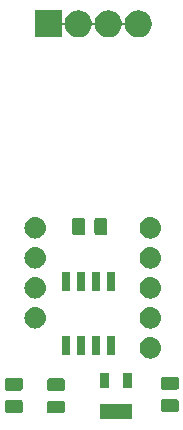
<source format=gts>
G04 #@! TF.GenerationSoftware,KiCad,Pcbnew,(5.1.0)-1*
G04 #@! TF.CreationDate,2019-04-03T23:02:26-04:00*
G04 #@! TF.ProjectId,loadcell_daughter,6c6f6164-6365-46c6-9c5f-646175676874,rev?*
G04 #@! TF.SameCoordinates,Original*
G04 #@! TF.FileFunction,Soldermask,Top*
G04 #@! TF.FilePolarity,Negative*
%FSLAX46Y46*%
G04 Gerber Fmt 4.6, Leading zero omitted, Abs format (unit mm)*
G04 Created by KiCad (PCBNEW (5.1.0)-1) date 2019-04-03 23:02:26*
%MOMM*%
%LPD*%
G04 APERTURE LIST*
%ADD10C,0.100000*%
G04 APERTURE END LIST*
D10*
G36*
X161092000Y-108143000D02*
G01*
X158440000Y-108143000D01*
X158440000Y-106821000D01*
X161092000Y-106821000D01*
X161092000Y-108143000D01*
X161092000Y-108143000D01*
G37*
G36*
X155270468Y-106575565D02*
G01*
X155309138Y-106587296D01*
X155344777Y-106606346D01*
X155376017Y-106631983D01*
X155401654Y-106663223D01*
X155420704Y-106698862D01*
X155432435Y-106737532D01*
X155437000Y-106783888D01*
X155437000Y-107435112D01*
X155432435Y-107481468D01*
X155420704Y-107520138D01*
X155401654Y-107555777D01*
X155376017Y-107587017D01*
X155344777Y-107612654D01*
X155309138Y-107631704D01*
X155270468Y-107643435D01*
X155224112Y-107648000D01*
X154147888Y-107648000D01*
X154101532Y-107643435D01*
X154062862Y-107631704D01*
X154027223Y-107612654D01*
X153995983Y-107587017D01*
X153970346Y-107555777D01*
X153951296Y-107520138D01*
X153939565Y-107481468D01*
X153935000Y-107435112D01*
X153935000Y-106783888D01*
X153939565Y-106737532D01*
X153951296Y-106698862D01*
X153970346Y-106663223D01*
X153995983Y-106631983D01*
X154027223Y-106606346D01*
X154062862Y-106587296D01*
X154101532Y-106575565D01*
X154147888Y-106571000D01*
X155224112Y-106571000D01*
X155270468Y-106575565D01*
X155270468Y-106575565D01*
G37*
G36*
X151714468Y-106527065D02*
G01*
X151753138Y-106538796D01*
X151788777Y-106557846D01*
X151820017Y-106583483D01*
X151845654Y-106614723D01*
X151864704Y-106650362D01*
X151876435Y-106689032D01*
X151881000Y-106735388D01*
X151881000Y-107386612D01*
X151876435Y-107432968D01*
X151864704Y-107471638D01*
X151845654Y-107507277D01*
X151820017Y-107538517D01*
X151788777Y-107564154D01*
X151753138Y-107583204D01*
X151714468Y-107594935D01*
X151668112Y-107599500D01*
X150591888Y-107599500D01*
X150545532Y-107594935D01*
X150506862Y-107583204D01*
X150471223Y-107564154D01*
X150439983Y-107538517D01*
X150414346Y-107507277D01*
X150395296Y-107471638D01*
X150383565Y-107432968D01*
X150379000Y-107386612D01*
X150379000Y-106735388D01*
X150383565Y-106689032D01*
X150395296Y-106650362D01*
X150414346Y-106614723D01*
X150439983Y-106583483D01*
X150471223Y-106557846D01*
X150506862Y-106538796D01*
X150545532Y-106527065D01*
X150591888Y-106522500D01*
X151668112Y-106522500D01*
X151714468Y-106527065D01*
X151714468Y-106527065D01*
G37*
G36*
X164922468Y-106448565D02*
G01*
X164961138Y-106460296D01*
X164996777Y-106479346D01*
X165028017Y-106504983D01*
X165053654Y-106536223D01*
X165072704Y-106571862D01*
X165084435Y-106610532D01*
X165089000Y-106656888D01*
X165089000Y-107308112D01*
X165084435Y-107354468D01*
X165072704Y-107393138D01*
X165053654Y-107428777D01*
X165028017Y-107460017D01*
X164996777Y-107485654D01*
X164961138Y-107504704D01*
X164922468Y-107516435D01*
X164876112Y-107521000D01*
X163799888Y-107521000D01*
X163753532Y-107516435D01*
X163714862Y-107504704D01*
X163679223Y-107485654D01*
X163647983Y-107460017D01*
X163622346Y-107428777D01*
X163603296Y-107393138D01*
X163591565Y-107354468D01*
X163587000Y-107308112D01*
X163587000Y-106656888D01*
X163591565Y-106610532D01*
X163603296Y-106571862D01*
X163622346Y-106536223D01*
X163647983Y-106504983D01*
X163679223Y-106479346D01*
X163714862Y-106460296D01*
X163753532Y-106448565D01*
X163799888Y-106444000D01*
X164876112Y-106444000D01*
X164922468Y-106448565D01*
X164922468Y-106448565D01*
G37*
G36*
X155270468Y-104700565D02*
G01*
X155309138Y-104712296D01*
X155344777Y-104731346D01*
X155376017Y-104756983D01*
X155401654Y-104788223D01*
X155420704Y-104823862D01*
X155432435Y-104862532D01*
X155437000Y-104908888D01*
X155437000Y-105560112D01*
X155432435Y-105606468D01*
X155420704Y-105645138D01*
X155401654Y-105680777D01*
X155376017Y-105712017D01*
X155344777Y-105737654D01*
X155309138Y-105756704D01*
X155270468Y-105768435D01*
X155224112Y-105773000D01*
X154147888Y-105773000D01*
X154101532Y-105768435D01*
X154062862Y-105756704D01*
X154027223Y-105737654D01*
X153995983Y-105712017D01*
X153970346Y-105680777D01*
X153951296Y-105645138D01*
X153939565Y-105606468D01*
X153935000Y-105560112D01*
X153935000Y-104908888D01*
X153939565Y-104862532D01*
X153951296Y-104823862D01*
X153970346Y-104788223D01*
X153995983Y-104756983D01*
X154027223Y-104731346D01*
X154062862Y-104712296D01*
X154101532Y-104700565D01*
X154147888Y-104696000D01*
X155224112Y-104696000D01*
X155270468Y-104700565D01*
X155270468Y-104700565D01*
G37*
G36*
X151714468Y-104652065D02*
G01*
X151753138Y-104663796D01*
X151788777Y-104682846D01*
X151820017Y-104708483D01*
X151845654Y-104739723D01*
X151864704Y-104775362D01*
X151876435Y-104814032D01*
X151881000Y-104860388D01*
X151881000Y-105511612D01*
X151876435Y-105557968D01*
X151864704Y-105596638D01*
X151845654Y-105632277D01*
X151820017Y-105663517D01*
X151788777Y-105689154D01*
X151753138Y-105708204D01*
X151714468Y-105719935D01*
X151668112Y-105724500D01*
X150591888Y-105724500D01*
X150545532Y-105719935D01*
X150506862Y-105708204D01*
X150471223Y-105689154D01*
X150439983Y-105663517D01*
X150414346Y-105632277D01*
X150395296Y-105596638D01*
X150383565Y-105557968D01*
X150379000Y-105511612D01*
X150379000Y-104860388D01*
X150383565Y-104814032D01*
X150395296Y-104775362D01*
X150414346Y-104739723D01*
X150439983Y-104708483D01*
X150471223Y-104682846D01*
X150506862Y-104663796D01*
X150545532Y-104652065D01*
X150591888Y-104647500D01*
X151668112Y-104647500D01*
X151714468Y-104652065D01*
X151714468Y-104652065D01*
G37*
G36*
X164922468Y-104573565D02*
G01*
X164961138Y-104585296D01*
X164996777Y-104604346D01*
X165028017Y-104629983D01*
X165053654Y-104661223D01*
X165072704Y-104696862D01*
X165084435Y-104735532D01*
X165089000Y-104781888D01*
X165089000Y-105433112D01*
X165084435Y-105479468D01*
X165072704Y-105518138D01*
X165053654Y-105553777D01*
X165028017Y-105585017D01*
X164996777Y-105610654D01*
X164961138Y-105629704D01*
X164922468Y-105641435D01*
X164876112Y-105646000D01*
X163799888Y-105646000D01*
X163753532Y-105641435D01*
X163714862Y-105629704D01*
X163679223Y-105610654D01*
X163647983Y-105585017D01*
X163622346Y-105553777D01*
X163603296Y-105518138D01*
X163591565Y-105479468D01*
X163587000Y-105433112D01*
X163587000Y-104781888D01*
X163591565Y-104735532D01*
X163603296Y-104696862D01*
X163622346Y-104661223D01*
X163647983Y-104629983D01*
X163679223Y-104604346D01*
X163714862Y-104585296D01*
X163753532Y-104573565D01*
X163799888Y-104569000D01*
X164876112Y-104569000D01*
X164922468Y-104573565D01*
X164922468Y-104573565D01*
G37*
G36*
X161092000Y-105523000D02*
G01*
X160340000Y-105523000D01*
X160340000Y-104201000D01*
X161092000Y-104201000D01*
X161092000Y-105523000D01*
X161092000Y-105523000D01*
G37*
G36*
X159192000Y-105523000D02*
G01*
X158440000Y-105523000D01*
X158440000Y-104201000D01*
X159192000Y-104201000D01*
X159192000Y-105523000D01*
X159192000Y-105523000D01*
G37*
G36*
X162797442Y-101213518D02*
G01*
X162863627Y-101220037D01*
X163033466Y-101271557D01*
X163189991Y-101355222D01*
X163225729Y-101384552D01*
X163327186Y-101467814D01*
X163410448Y-101569271D01*
X163439778Y-101605009D01*
X163523443Y-101761534D01*
X163574963Y-101931373D01*
X163592359Y-102108000D01*
X163574963Y-102284627D01*
X163523443Y-102454466D01*
X163439778Y-102610991D01*
X163410448Y-102646729D01*
X163327186Y-102748186D01*
X163225729Y-102831448D01*
X163189991Y-102860778D01*
X163033466Y-102944443D01*
X162863627Y-102995963D01*
X162797443Y-103002481D01*
X162731260Y-103009000D01*
X162642740Y-103009000D01*
X162576558Y-103002482D01*
X162510373Y-102995963D01*
X162340534Y-102944443D01*
X162184009Y-102860778D01*
X162148271Y-102831448D01*
X162046814Y-102748186D01*
X161963552Y-102646729D01*
X161934222Y-102610991D01*
X161850557Y-102454466D01*
X161799037Y-102284627D01*
X161781641Y-102108000D01*
X161799037Y-101931373D01*
X161850557Y-101761534D01*
X161934222Y-101605009D01*
X161963552Y-101569271D01*
X162046814Y-101467814D01*
X162148271Y-101384552D01*
X162184009Y-101355222D01*
X162340534Y-101271557D01*
X162510373Y-101220037D01*
X162576557Y-101213519D01*
X162642740Y-101207000D01*
X162731260Y-101207000D01*
X162797442Y-101213518D01*
X162797442Y-101213518D01*
G37*
G36*
X157196000Y-102713000D02*
G01*
X156494000Y-102713000D01*
X156494000Y-101061000D01*
X157196000Y-101061000D01*
X157196000Y-102713000D01*
X157196000Y-102713000D01*
G37*
G36*
X158466000Y-102713000D02*
G01*
X157764000Y-102713000D01*
X157764000Y-101061000D01*
X158466000Y-101061000D01*
X158466000Y-102713000D01*
X158466000Y-102713000D01*
G37*
G36*
X159736000Y-102713000D02*
G01*
X159034000Y-102713000D01*
X159034000Y-101061000D01*
X159736000Y-101061000D01*
X159736000Y-102713000D01*
X159736000Y-102713000D01*
G37*
G36*
X155926000Y-102713000D02*
G01*
X155224000Y-102713000D01*
X155224000Y-101061000D01*
X155926000Y-101061000D01*
X155926000Y-102713000D01*
X155926000Y-102713000D01*
G37*
G36*
X162797442Y-98673518D02*
G01*
X162863627Y-98680037D01*
X163033466Y-98731557D01*
X163189991Y-98815222D01*
X163225729Y-98844552D01*
X163327186Y-98927814D01*
X163410448Y-99029271D01*
X163439778Y-99065009D01*
X163523443Y-99221534D01*
X163574963Y-99391373D01*
X163592359Y-99568000D01*
X163574963Y-99744627D01*
X163523443Y-99914466D01*
X163439778Y-100070991D01*
X163410448Y-100106729D01*
X163327186Y-100208186D01*
X163225729Y-100291448D01*
X163189991Y-100320778D01*
X163033466Y-100404443D01*
X162863627Y-100455963D01*
X162797442Y-100462482D01*
X162731260Y-100469000D01*
X162642740Y-100469000D01*
X162576557Y-100462481D01*
X162510373Y-100455963D01*
X162340534Y-100404443D01*
X162184009Y-100320778D01*
X162148271Y-100291448D01*
X162046814Y-100208186D01*
X161963552Y-100106729D01*
X161934222Y-100070991D01*
X161850557Y-99914466D01*
X161799037Y-99744627D01*
X161781641Y-99568000D01*
X161799037Y-99391373D01*
X161850557Y-99221534D01*
X161934222Y-99065009D01*
X161963552Y-99029271D01*
X162046814Y-98927814D01*
X162148271Y-98844552D01*
X162184009Y-98815222D01*
X162340534Y-98731557D01*
X162510373Y-98680037D01*
X162576558Y-98673518D01*
X162642740Y-98667000D01*
X162731260Y-98667000D01*
X162797442Y-98673518D01*
X162797442Y-98673518D01*
G37*
G36*
X153037442Y-98673518D02*
G01*
X153103627Y-98680037D01*
X153273466Y-98731557D01*
X153429991Y-98815222D01*
X153465729Y-98844552D01*
X153567186Y-98927814D01*
X153650448Y-99029271D01*
X153679778Y-99065009D01*
X153763443Y-99221534D01*
X153814963Y-99391373D01*
X153832359Y-99568000D01*
X153814963Y-99744627D01*
X153763443Y-99914466D01*
X153679778Y-100070991D01*
X153650448Y-100106729D01*
X153567186Y-100208186D01*
X153465729Y-100291448D01*
X153429991Y-100320778D01*
X153273466Y-100404443D01*
X153103627Y-100455963D01*
X153037442Y-100462482D01*
X152971260Y-100469000D01*
X152882740Y-100469000D01*
X152816557Y-100462481D01*
X152750373Y-100455963D01*
X152580534Y-100404443D01*
X152424009Y-100320778D01*
X152388271Y-100291448D01*
X152286814Y-100208186D01*
X152203552Y-100106729D01*
X152174222Y-100070991D01*
X152090557Y-99914466D01*
X152039037Y-99744627D01*
X152021641Y-99568000D01*
X152039037Y-99391373D01*
X152090557Y-99221534D01*
X152174222Y-99065009D01*
X152203552Y-99029271D01*
X152286814Y-98927814D01*
X152388271Y-98844552D01*
X152424009Y-98815222D01*
X152580534Y-98731557D01*
X152750373Y-98680037D01*
X152816558Y-98673518D01*
X152882740Y-98667000D01*
X152971260Y-98667000D01*
X153037442Y-98673518D01*
X153037442Y-98673518D01*
G37*
G36*
X153037443Y-96133519D02*
G01*
X153103627Y-96140037D01*
X153273466Y-96191557D01*
X153429991Y-96275222D01*
X153465729Y-96304552D01*
X153567186Y-96387814D01*
X153650448Y-96489271D01*
X153679778Y-96525009D01*
X153763443Y-96681534D01*
X153814963Y-96851373D01*
X153832359Y-97028000D01*
X153814963Y-97204627D01*
X153763443Y-97374466D01*
X153679778Y-97530991D01*
X153650448Y-97566729D01*
X153567186Y-97668186D01*
X153465729Y-97751448D01*
X153429991Y-97780778D01*
X153273466Y-97864443D01*
X153103627Y-97915963D01*
X153037442Y-97922482D01*
X152971260Y-97929000D01*
X152882740Y-97929000D01*
X152816558Y-97922482D01*
X152750373Y-97915963D01*
X152580534Y-97864443D01*
X152424009Y-97780778D01*
X152388271Y-97751448D01*
X152286814Y-97668186D01*
X152203552Y-97566729D01*
X152174222Y-97530991D01*
X152090557Y-97374466D01*
X152039037Y-97204627D01*
X152021641Y-97028000D01*
X152039037Y-96851373D01*
X152090557Y-96681534D01*
X152174222Y-96525009D01*
X152203552Y-96489271D01*
X152286814Y-96387814D01*
X152388271Y-96304552D01*
X152424009Y-96275222D01*
X152580534Y-96191557D01*
X152750373Y-96140037D01*
X152816557Y-96133519D01*
X152882740Y-96127000D01*
X152971260Y-96127000D01*
X153037443Y-96133519D01*
X153037443Y-96133519D01*
G37*
G36*
X162797443Y-96133519D02*
G01*
X162863627Y-96140037D01*
X163033466Y-96191557D01*
X163189991Y-96275222D01*
X163225729Y-96304552D01*
X163327186Y-96387814D01*
X163410448Y-96489271D01*
X163439778Y-96525009D01*
X163523443Y-96681534D01*
X163574963Y-96851373D01*
X163592359Y-97028000D01*
X163574963Y-97204627D01*
X163523443Y-97374466D01*
X163439778Y-97530991D01*
X163410448Y-97566729D01*
X163327186Y-97668186D01*
X163225729Y-97751448D01*
X163189991Y-97780778D01*
X163033466Y-97864443D01*
X162863627Y-97915963D01*
X162797442Y-97922482D01*
X162731260Y-97929000D01*
X162642740Y-97929000D01*
X162576558Y-97922482D01*
X162510373Y-97915963D01*
X162340534Y-97864443D01*
X162184009Y-97780778D01*
X162148271Y-97751448D01*
X162046814Y-97668186D01*
X161963552Y-97566729D01*
X161934222Y-97530991D01*
X161850557Y-97374466D01*
X161799037Y-97204627D01*
X161781641Y-97028000D01*
X161799037Y-96851373D01*
X161850557Y-96681534D01*
X161934222Y-96525009D01*
X161963552Y-96489271D01*
X162046814Y-96387814D01*
X162148271Y-96304552D01*
X162184009Y-96275222D01*
X162340534Y-96191557D01*
X162510373Y-96140037D01*
X162576557Y-96133519D01*
X162642740Y-96127000D01*
X162731260Y-96127000D01*
X162797443Y-96133519D01*
X162797443Y-96133519D01*
G37*
G36*
X155926000Y-97313000D02*
G01*
X155224000Y-97313000D01*
X155224000Y-95661000D01*
X155926000Y-95661000D01*
X155926000Y-97313000D01*
X155926000Y-97313000D01*
G37*
G36*
X158466000Y-97313000D02*
G01*
X157764000Y-97313000D01*
X157764000Y-95661000D01*
X158466000Y-95661000D01*
X158466000Y-97313000D01*
X158466000Y-97313000D01*
G37*
G36*
X157196000Y-97313000D02*
G01*
X156494000Y-97313000D01*
X156494000Y-95661000D01*
X157196000Y-95661000D01*
X157196000Y-97313000D01*
X157196000Y-97313000D01*
G37*
G36*
X159736000Y-97313000D02*
G01*
X159034000Y-97313000D01*
X159034000Y-95661000D01*
X159736000Y-95661000D01*
X159736000Y-97313000D01*
X159736000Y-97313000D01*
G37*
G36*
X162797442Y-93593518D02*
G01*
X162863627Y-93600037D01*
X163033466Y-93651557D01*
X163189991Y-93735222D01*
X163225729Y-93764552D01*
X163327186Y-93847814D01*
X163410448Y-93949271D01*
X163439778Y-93985009D01*
X163523443Y-94141534D01*
X163574963Y-94311373D01*
X163592359Y-94488000D01*
X163574963Y-94664627D01*
X163523443Y-94834466D01*
X163439778Y-94990991D01*
X163410448Y-95026729D01*
X163327186Y-95128186D01*
X163225729Y-95211448D01*
X163189991Y-95240778D01*
X163033466Y-95324443D01*
X162863627Y-95375963D01*
X162797443Y-95382481D01*
X162731260Y-95389000D01*
X162642740Y-95389000D01*
X162576557Y-95382481D01*
X162510373Y-95375963D01*
X162340534Y-95324443D01*
X162184009Y-95240778D01*
X162148271Y-95211448D01*
X162046814Y-95128186D01*
X161963552Y-95026729D01*
X161934222Y-94990991D01*
X161850557Y-94834466D01*
X161799037Y-94664627D01*
X161781641Y-94488000D01*
X161799037Y-94311373D01*
X161850557Y-94141534D01*
X161934222Y-93985009D01*
X161963552Y-93949271D01*
X162046814Y-93847814D01*
X162148271Y-93764552D01*
X162184009Y-93735222D01*
X162340534Y-93651557D01*
X162510373Y-93600037D01*
X162576557Y-93593519D01*
X162642740Y-93587000D01*
X162731260Y-93587000D01*
X162797442Y-93593518D01*
X162797442Y-93593518D01*
G37*
G36*
X153037442Y-93593518D02*
G01*
X153103627Y-93600037D01*
X153273466Y-93651557D01*
X153429991Y-93735222D01*
X153465729Y-93764552D01*
X153567186Y-93847814D01*
X153650448Y-93949271D01*
X153679778Y-93985009D01*
X153763443Y-94141534D01*
X153814963Y-94311373D01*
X153832359Y-94488000D01*
X153814963Y-94664627D01*
X153763443Y-94834466D01*
X153679778Y-94990991D01*
X153650448Y-95026729D01*
X153567186Y-95128186D01*
X153465729Y-95211448D01*
X153429991Y-95240778D01*
X153273466Y-95324443D01*
X153103627Y-95375963D01*
X153037443Y-95382481D01*
X152971260Y-95389000D01*
X152882740Y-95389000D01*
X152816557Y-95382481D01*
X152750373Y-95375963D01*
X152580534Y-95324443D01*
X152424009Y-95240778D01*
X152388271Y-95211448D01*
X152286814Y-95128186D01*
X152203552Y-95026729D01*
X152174222Y-94990991D01*
X152090557Y-94834466D01*
X152039037Y-94664627D01*
X152021641Y-94488000D01*
X152039037Y-94311373D01*
X152090557Y-94141534D01*
X152174222Y-93985009D01*
X152203552Y-93949271D01*
X152286814Y-93847814D01*
X152388271Y-93764552D01*
X152424009Y-93735222D01*
X152580534Y-93651557D01*
X152750373Y-93600037D01*
X152816557Y-93593519D01*
X152882740Y-93587000D01*
X152971260Y-93587000D01*
X153037442Y-93593518D01*
X153037442Y-93593518D01*
G37*
G36*
X153037442Y-91053518D02*
G01*
X153103627Y-91060037D01*
X153273466Y-91111557D01*
X153429991Y-91195222D01*
X153465729Y-91224552D01*
X153567186Y-91307814D01*
X153650448Y-91409271D01*
X153679778Y-91445009D01*
X153763443Y-91601534D01*
X153814963Y-91771373D01*
X153832359Y-91948000D01*
X153814963Y-92124627D01*
X153763443Y-92294466D01*
X153679778Y-92450991D01*
X153678673Y-92452337D01*
X153567186Y-92588186D01*
X153465729Y-92671448D01*
X153429991Y-92700778D01*
X153273466Y-92784443D01*
X153103627Y-92835963D01*
X153037442Y-92842482D01*
X152971260Y-92849000D01*
X152882740Y-92849000D01*
X152816558Y-92842482D01*
X152750373Y-92835963D01*
X152580534Y-92784443D01*
X152424009Y-92700778D01*
X152388271Y-92671448D01*
X152286814Y-92588186D01*
X152175327Y-92452337D01*
X152174222Y-92450991D01*
X152090557Y-92294466D01*
X152039037Y-92124627D01*
X152021641Y-91948000D01*
X152039037Y-91771373D01*
X152090557Y-91601534D01*
X152174222Y-91445009D01*
X152203552Y-91409271D01*
X152286814Y-91307814D01*
X152388271Y-91224552D01*
X152424009Y-91195222D01*
X152580534Y-91111557D01*
X152750373Y-91060037D01*
X152816558Y-91053518D01*
X152882740Y-91047000D01*
X152971260Y-91047000D01*
X153037442Y-91053518D01*
X153037442Y-91053518D01*
G37*
G36*
X162797442Y-91053518D02*
G01*
X162863627Y-91060037D01*
X163033466Y-91111557D01*
X163189991Y-91195222D01*
X163225729Y-91224552D01*
X163327186Y-91307814D01*
X163410448Y-91409271D01*
X163439778Y-91445009D01*
X163523443Y-91601534D01*
X163574963Y-91771373D01*
X163592359Y-91948000D01*
X163574963Y-92124627D01*
X163523443Y-92294466D01*
X163439778Y-92450991D01*
X163438673Y-92452337D01*
X163327186Y-92588186D01*
X163225729Y-92671448D01*
X163189991Y-92700778D01*
X163033466Y-92784443D01*
X162863627Y-92835963D01*
X162797442Y-92842482D01*
X162731260Y-92849000D01*
X162642740Y-92849000D01*
X162576558Y-92842482D01*
X162510373Y-92835963D01*
X162340534Y-92784443D01*
X162184009Y-92700778D01*
X162148271Y-92671448D01*
X162046814Y-92588186D01*
X161935327Y-92452337D01*
X161934222Y-92450991D01*
X161850557Y-92294466D01*
X161799037Y-92124627D01*
X161781641Y-91948000D01*
X161799037Y-91771373D01*
X161850557Y-91601534D01*
X161934222Y-91445009D01*
X161963552Y-91409271D01*
X162046814Y-91307814D01*
X162148271Y-91224552D01*
X162184009Y-91195222D01*
X162340534Y-91111557D01*
X162510373Y-91060037D01*
X162576558Y-91053518D01*
X162642740Y-91047000D01*
X162731260Y-91047000D01*
X162797442Y-91053518D01*
X162797442Y-91053518D01*
G37*
G36*
X158867968Y-91074565D02*
G01*
X158906638Y-91086296D01*
X158942277Y-91105346D01*
X158973517Y-91130983D01*
X158999154Y-91162223D01*
X159018204Y-91197862D01*
X159029935Y-91236532D01*
X159034500Y-91282888D01*
X159034500Y-92359112D01*
X159029935Y-92405468D01*
X159018204Y-92444138D01*
X158999154Y-92479777D01*
X158973517Y-92511017D01*
X158942277Y-92536654D01*
X158906638Y-92555704D01*
X158867968Y-92567435D01*
X158821612Y-92572000D01*
X158170388Y-92572000D01*
X158124032Y-92567435D01*
X158085362Y-92555704D01*
X158049723Y-92536654D01*
X158018483Y-92511017D01*
X157992846Y-92479777D01*
X157973796Y-92444138D01*
X157962065Y-92405468D01*
X157957500Y-92359112D01*
X157957500Y-91282888D01*
X157962065Y-91236532D01*
X157973796Y-91197862D01*
X157992846Y-91162223D01*
X158018483Y-91130983D01*
X158049723Y-91105346D01*
X158085362Y-91086296D01*
X158124032Y-91074565D01*
X158170388Y-91070000D01*
X158821612Y-91070000D01*
X158867968Y-91074565D01*
X158867968Y-91074565D01*
G37*
G36*
X156992968Y-91074565D02*
G01*
X157031638Y-91086296D01*
X157067277Y-91105346D01*
X157098517Y-91130983D01*
X157124154Y-91162223D01*
X157143204Y-91197862D01*
X157154935Y-91236532D01*
X157159500Y-91282888D01*
X157159500Y-92359112D01*
X157154935Y-92405468D01*
X157143204Y-92444138D01*
X157124154Y-92479777D01*
X157098517Y-92511017D01*
X157067277Y-92536654D01*
X157031638Y-92555704D01*
X156992968Y-92567435D01*
X156946612Y-92572000D01*
X156295388Y-92572000D01*
X156249032Y-92567435D01*
X156210362Y-92555704D01*
X156174723Y-92536654D01*
X156143483Y-92511017D01*
X156117846Y-92479777D01*
X156098796Y-92444138D01*
X156087065Y-92405468D01*
X156082500Y-92359112D01*
X156082500Y-91282888D01*
X156087065Y-91236532D01*
X156098796Y-91197862D01*
X156117846Y-91162223D01*
X156143483Y-91130983D01*
X156174723Y-91105346D01*
X156210362Y-91086296D01*
X156249032Y-91074565D01*
X156295388Y-91070000D01*
X156946612Y-91070000D01*
X156992968Y-91074565D01*
X156992968Y-91074565D01*
G37*
G36*
X155202000Y-74490007D02*
G01*
X155204402Y-74514393D01*
X155211515Y-74537842D01*
X155223066Y-74559453D01*
X155238611Y-74578395D01*
X155257553Y-74593940D01*
X155279164Y-74605491D01*
X155302613Y-74612604D01*
X155326999Y-74615006D01*
X155351385Y-74612604D01*
X155374834Y-74605491D01*
X155396445Y-74593940D01*
X155415387Y-74578395D01*
X155430932Y-74559453D01*
X155442483Y-74537842D01*
X155449596Y-74514393D01*
X155484232Y-74340267D01*
X155570996Y-74130799D01*
X155570997Y-74130797D01*
X155696960Y-73942280D01*
X155857280Y-73781960D01*
X156045797Y-73655997D01*
X156255266Y-73569232D01*
X156366451Y-73547116D01*
X156477635Y-73525000D01*
X156704365Y-73525000D01*
X156815549Y-73547116D01*
X156926734Y-73569232D01*
X157136203Y-73655997D01*
X157324720Y-73781960D01*
X157485040Y-73942280D01*
X157611003Y-74130797D01*
X157611004Y-74130799D01*
X157697768Y-74340267D01*
X157738403Y-74544552D01*
X157745516Y-74568001D01*
X157757067Y-74589612D01*
X157772612Y-74608554D01*
X157791554Y-74624099D01*
X157813165Y-74635650D01*
X157836614Y-74642763D01*
X157861000Y-74645165D01*
X157885386Y-74642763D01*
X157908835Y-74635650D01*
X157930446Y-74624099D01*
X157949388Y-74608554D01*
X157964933Y-74589612D01*
X157976484Y-74568001D01*
X157983597Y-74544552D01*
X158024232Y-74340267D01*
X158110996Y-74130799D01*
X158110997Y-74130797D01*
X158236960Y-73942280D01*
X158397280Y-73781960D01*
X158585797Y-73655997D01*
X158795266Y-73569232D01*
X158906451Y-73547116D01*
X159017635Y-73525000D01*
X159244365Y-73525000D01*
X159355549Y-73547116D01*
X159466734Y-73569232D01*
X159676203Y-73655997D01*
X159864720Y-73781960D01*
X160025040Y-73942280D01*
X160151003Y-74130797D01*
X160151004Y-74130799D01*
X160237768Y-74340267D01*
X160278403Y-74544552D01*
X160285516Y-74568001D01*
X160297067Y-74589612D01*
X160312612Y-74608554D01*
X160331554Y-74624099D01*
X160353165Y-74635650D01*
X160376614Y-74642763D01*
X160401000Y-74645165D01*
X160425386Y-74642763D01*
X160448835Y-74635650D01*
X160470446Y-74624099D01*
X160489388Y-74608554D01*
X160504933Y-74589612D01*
X160516484Y-74568001D01*
X160523597Y-74544552D01*
X160564232Y-74340267D01*
X160650996Y-74130799D01*
X160650997Y-74130797D01*
X160776960Y-73942280D01*
X160937280Y-73781960D01*
X161125797Y-73655997D01*
X161335266Y-73569232D01*
X161446451Y-73547116D01*
X161557635Y-73525000D01*
X161784365Y-73525000D01*
X161895549Y-73547116D01*
X162006734Y-73569232D01*
X162216203Y-73655997D01*
X162404720Y-73781960D01*
X162565040Y-73942280D01*
X162691003Y-74130797D01*
X162777768Y-74340266D01*
X162822000Y-74562636D01*
X162822000Y-74789364D01*
X162777768Y-75011734D01*
X162691003Y-75221203D01*
X162565040Y-75409720D01*
X162404720Y-75570040D01*
X162216203Y-75696003D01*
X162006734Y-75782768D01*
X161895549Y-75804884D01*
X161784365Y-75827000D01*
X161557635Y-75827000D01*
X161446451Y-75804884D01*
X161335266Y-75782768D01*
X161125797Y-75696003D01*
X160937280Y-75570040D01*
X160776960Y-75409720D01*
X160650997Y-75221203D01*
X160564232Y-75011734D01*
X160523597Y-74807448D01*
X160516484Y-74783999D01*
X160504933Y-74762388D01*
X160489388Y-74743446D01*
X160470446Y-74727901D01*
X160448835Y-74716350D01*
X160425386Y-74709237D01*
X160401000Y-74706835D01*
X160376614Y-74709237D01*
X160353165Y-74716350D01*
X160331554Y-74727901D01*
X160312612Y-74743446D01*
X160297067Y-74762388D01*
X160285516Y-74783999D01*
X160278403Y-74807448D01*
X160237768Y-75011734D01*
X160151003Y-75221203D01*
X160025040Y-75409720D01*
X159864720Y-75570040D01*
X159676203Y-75696003D01*
X159466734Y-75782768D01*
X159355549Y-75804884D01*
X159244365Y-75827000D01*
X159017635Y-75827000D01*
X158906451Y-75804884D01*
X158795266Y-75782768D01*
X158585797Y-75696003D01*
X158397280Y-75570040D01*
X158236960Y-75409720D01*
X158110997Y-75221203D01*
X158024232Y-75011734D01*
X157983597Y-74807448D01*
X157976484Y-74783999D01*
X157964933Y-74762388D01*
X157949388Y-74743446D01*
X157930446Y-74727901D01*
X157908835Y-74716350D01*
X157885386Y-74709237D01*
X157861000Y-74706835D01*
X157836614Y-74709237D01*
X157813165Y-74716350D01*
X157791554Y-74727901D01*
X157772612Y-74743446D01*
X157757067Y-74762388D01*
X157745516Y-74783999D01*
X157738403Y-74807448D01*
X157697768Y-75011734D01*
X157611003Y-75221203D01*
X157485040Y-75409720D01*
X157324720Y-75570040D01*
X157136203Y-75696003D01*
X156926734Y-75782768D01*
X156815549Y-75804884D01*
X156704365Y-75827000D01*
X156477635Y-75827000D01*
X156366451Y-75804884D01*
X156255266Y-75782768D01*
X156045797Y-75696003D01*
X155857280Y-75570040D01*
X155696960Y-75409720D01*
X155570997Y-75221203D01*
X155484232Y-75011734D01*
X155449596Y-74837607D01*
X155442483Y-74814158D01*
X155430932Y-74792547D01*
X155415387Y-74773605D01*
X155396445Y-74758060D01*
X155374834Y-74746509D01*
X155351385Y-74739396D01*
X155326999Y-74736994D01*
X155302613Y-74739396D01*
X155279164Y-74746509D01*
X155257553Y-74758060D01*
X155238611Y-74773605D01*
X155223066Y-74792547D01*
X155211515Y-74814158D01*
X155204402Y-74837607D01*
X155202000Y-74861993D01*
X155202000Y-75827000D01*
X152900000Y-75827000D01*
X152900000Y-73525000D01*
X155202000Y-73525000D01*
X155202000Y-74490007D01*
X155202000Y-74490007D01*
G37*
M02*

</source>
